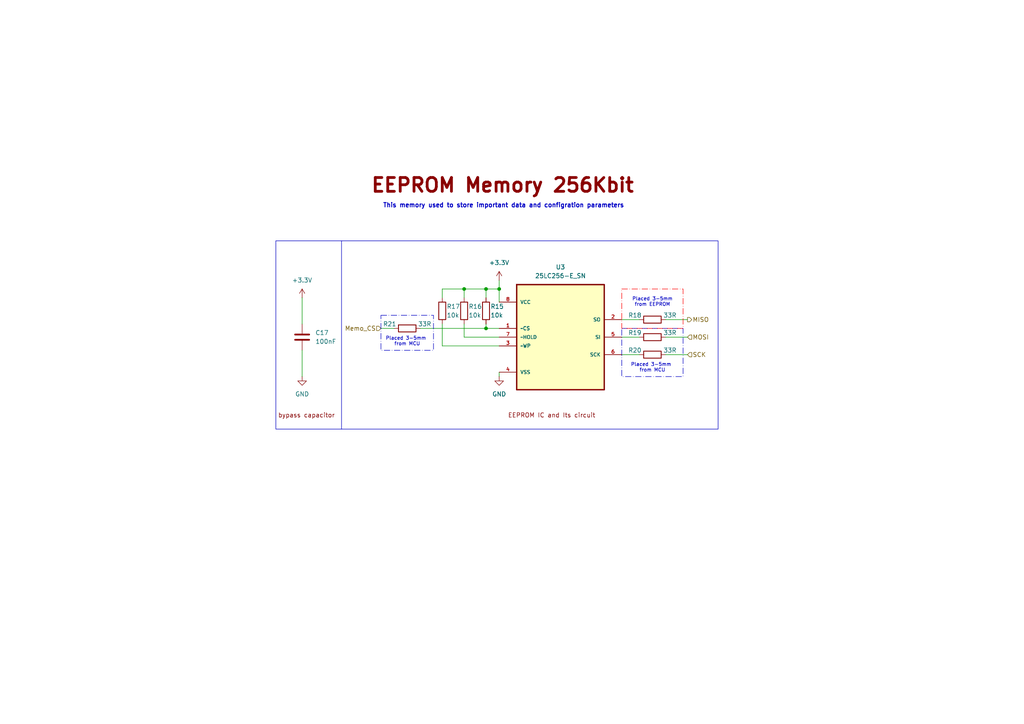
<source format=kicad_sch>
(kicad_sch (version 20250114) (generator "eeschema") (generator_version "9.0")
  (paper "A4")
  (title_block (title "${Project_Name}") (date "2026-01-07") (rev "V1"))
  (lib_symbols
    (symbol "25LC256-E_SN:25LC256-E_SN" (pin_names (offset 1.016))
      (property "Reference" "U" (at -5.1355 14.72 0))
      (property "Value" "25LC256-E_SN" (at -5.9032 -20.4577 0))
      (symbol "25LC256-E_SN_0_0"
        (rectangle (start -12.7 -17.78) (end 12.7 12.7) (stroke (width 0.4064)) (fill (type background)))
        (pin power_in line (at -17.78 7.62 0) (length 5.08) (name "VCC") (number "8"))
        (pin input line (at -17.78 0 0) (length 5.08) (name "~CS") (number "1"))
        (pin input line (at -17.78 -2.54 0) (length 5.08) (name "~HOLD") (number "7"))
        (pin input line (at -17.78 -5.08 0) (length 5.08) (name "~WP") (number "3"))
        (pin passive line (at -17.78 -12.7 0) (length 5.08) (name "VSS") (number "4"))
        (pin output line (at 17.78 2.54 180) (length 5.08) (name "SO") (number "2"))
        (pin input line (at 17.78 -2.54 180) (length 5.08) (name "SI") (number "5"))
        (pin input line (at 17.78 -7.62 180) (length 5.08) (name "SCK") (number "6"))
      )
    )
    (symbol "Device:C" (pin_numbers (hide yes)) (pin_names (offset 0.254))
      (property "Reference" "C" (at 0.635 2.54 0))
      (property "Value" "C" (at 0.635 -2.54 0))
      (symbol "C_0_1"
        (polyline (pts (xy -2.032 0.762) (xy 2.032 0.762)) (stroke (width 0.508)))
        (polyline (pts (xy -2.032 -0.762) (xy 2.032 -0.762)) (stroke (width 0.508)))
      )
      (symbol "C_1_1"
        (pin passive line (at 0 3.81 270) (length 2.794) (name "~") (number "1"))
        (pin passive line (at 0 -3.81 90) (length 2.794) (name "~") (number "2"))
      )
    )
    (symbol "Device:R" (pin_numbers (hide yes)) (pin_names (offset 0))
      (property "Reference" "R" (at 2.032 0 90))
      (property "Value" "R" (at 0 0 90))
      (symbol "R_0_1"
        (rectangle (start -1.016 -2.54) (end 1.016 2.54) (stroke (width 0.254)))
      )
      (symbol "R_1_1"
        (pin passive line (at 0 3.81 270) (length 1.27) (name "~") (number "1"))
        (pin passive line (at 0 -3.81 90) (length 1.27) (name "~") (number "2"))
      )
    )
    (symbol "power:+3.3V" (power) (pin_numbers (hide yes)) (pin_names (offset 0) (hide yes))
      (property "Value" "+3.3V" (at 0 3.556 0))
      (symbol "+3.3V_0_1"
        (polyline (pts (xy -0.762 1.27) (xy 0 2.54)))
        (polyline (pts (xy 0 2.54) (xy 0.762 1.27)))
        (polyline (pts (xy 0 0) (xy 0 2.54)))
      )
      (symbol "+3.3V_1_1"
        (pin power_in line (at 0 0 90) (length 0) (name "~") (number "1"))
      )
    )
    (symbol "power:GND" (power) (pin_numbers (hide yes)) (pin_names (offset 0) (hide yes))
      (property "Value" "GND" (at 0 -3.81 0))
      (symbol "GND_0_1"
        (polyline (pts (xy 0 0) (xy 0 -1.27) (xy 1.27 -1.27) (xy 0 -2.54) (xy -1.27 -1.27) (xy 0 -1.27)))
      )
      (symbol "GND_1_1"
        (pin power_in line (at 0 0 270) (length 0) (name "~") (number "1"))
      )
    )
  )
  (rectangle (start 180.34 83.82) (end 198.12 95.25) (stroke (width 0) (type dash_dot) (color 255 0 0 1)))
  (rectangle (start 110.49 91.44) (end 125.73 101.6) (stroke (width 0) (type dash_dot)))
  (rectangle (start 180.34 95.25) (end 198.12 109.22) (stroke (width 0) (type dash_dot)))
  (rectangle (start 80.01 69.85) (end 208.28 124.46))
  (text "Placed 3-5mm\nfrom EEPROM\n" (at 189.23 87.63 0) (effects (font (size 1 1))))
  (text "Placed 3-5mm \nfrom MCU" (at 118.11 99.06 0) (effects (font (size 1 1))))
  (text "EEPROM IC and Its circuit\n" (at 160.02 120.65 0) (effects (font (size 1.27 1.27))))
  (text "This memory used to store important data and configration parameters\n" (at 146.05 59.69 0) (effects (font (size 1.27 1.27) (thickness 0.254) (bold yes))))
  (text "bypass capacitor\n" (at 88.9 120.65 0) (effects (font (size 1.27 1.27))))
  (text "Placed 3-5mm \nfrom MCU" (at 189.23 106.68 0) (effects (font (size 1 1))))
  (text "EEPROM Memory 256Kbit \n\n" (at 147.32 57.15 0) (effects (font (size 4 4) (thickness 0.8) (bold yes))))
  (junction (at 140.97 95.25))
  (junction (at 140.97 83.82))
  (junction (at 134.62 83.82))
  (junction (at 144.78 83.82))
  (wire (pts (xy 144.78 83.82) (xy 144.78 87.63)))
  (wire (pts (xy 180.34 102.87) (xy 185.42 102.87)))
  (wire (pts (xy 144.78 81.28) (xy 144.78 83.82)))
  (wire (pts (xy 128.27 83.82) (xy 134.62 83.82)))
  (wire (pts (xy 193.04 102.87) (xy 199.39 102.87)))
  (wire (pts (xy 180.34 97.79) (xy 185.42 97.79)))
  (wire (pts (xy 144.78 100.33) (xy 128.27 100.33)))
  (wire (pts (xy 180.34 92.71) (xy 185.42 92.71)))
  (wire (pts (xy 193.04 97.79) (xy 199.39 97.79)))
  (wire (pts (xy 140.97 93.98) (xy 140.97 95.25)))
  (wire (pts (xy 134.62 97.79) (xy 134.62 93.98)))
  (wire (pts (xy 121.92 95.25) (xy 140.97 95.25)))
  (wire (pts (xy 140.97 83.82) (xy 140.97 86.36)))
  (wire (pts (xy 128.27 100.33) (xy 128.27 93.98)))
  (wire (pts (xy 144.78 97.79) (xy 134.62 97.79)))
  (wire (pts (xy 110.49 95.25) (xy 114.3 95.25)))
  (wire (pts (xy 128.27 86.36) (xy 128.27 83.82)))
  (wire (pts (xy 134.62 83.82) (xy 134.62 86.36)))
  (wire (pts (xy 87.63 101.6) (xy 87.63 109.22)))
  (wire (pts (xy 134.62 83.82) (xy 140.97 83.82)))
  (wire (pts (xy 87.63 86.36) (xy 87.63 93.98)))
  (wire (pts (xy 144.78 107.95) (xy 144.78 109.22)))
  (wire (pts (xy 140.97 95.25) (xy 144.78 95.25)))
  (wire (pts (xy 140.97 83.82) (xy 144.78 83.82)))
  (wire (pts (xy 193.04 92.71) (xy 199.39 92.71)))
  (polyline (pts (xy 99.06 69.85) (xy 99.06 124.46)))
  (hierarchical_label "SCK" (shape input) (at 199.39 102.87 0))
  (hierarchical_label "MOSI" (shape input) (at 199.39 97.79 0))
  (hierarchical_label "MISO" (shape output) (at 199.39 92.71 0))
  (hierarchical_label "Memo_CS" (shape input) (at 110.49 95.25 180))
  (symbol (lib_id "power:GND") (at 144.78 109.22 0) (unit 1)
    (property "Reference" "#PWR030" (effects (hide yes)))
    (property "Value" "GND" (at 144.78 114.3 0))
    (property "Description" "Power symbol creates a global label with name \"GND\" , ground" (effects (hide yes)))
  )
  (symbol (lib_id "Device:R") (at 189.23 102.87 270) (unit 1)
    (property "Reference" "R20" (at 184.15 101.6 90))
    (property "Value" "33R" (at 194.31 101.6 90))
    (property "Footprint" "Resistor_SMD:R_0603_1608Metric" (effects (hide yes)))
    (property "Datasheet" "https://www.lcsc.com/datasheet/C108661.pdf" (effects (hide yes)))
    (property "Description" "Resistor" (effects (hide yes)))
    (property "LCSC_PN" "C108661" (effects (hide yes)))
    (property "MP" "RC0603FR-0733RL" (effects (hide yes)))
    (property "Assembled" "Yes" (effects (hide yes)))
  )
  (symbol (lib_id "Device:R") (at 189.23 97.79 270) (unit 1)
    (property "Reference" "R19" (at 184.15 96.52 90))
    (property "Value" "33R" (at 194.31 96.52 90))
    (property "Footprint" "Resistor_SMD:R_0603_1608Metric" (effects (hide yes)))
    (property "Datasheet" "https://www.lcsc.com/datasheet/C108661.pdf" (effects (hide yes)))
    (property "Description" "Resistor" (effects (hide yes)))
    (property "LCSC_PN" "C108661" (effects (hide yes)))
    (property "MP" "RC0603FR-0733RL" (effects (hide yes)))
    (property "Assembled" "Yes" (effects (hide yes)))
  )
  (symbol (lib_id "Device:R") (at 128.27 90.17 0) (unit 1)
    (property "Reference" "R17" (at 129.54 88.9 0) (effects (justify left)))
    (property "Value" "10k" (at 129.54 91.44 0) (effects (justify left)))
    (property "Footprint" "Resistor_SMD:R_0603_1608Metric" (effects (hide yes)))
    (property "Datasheet" "https://www.lcsc.com/datasheet/C98220.pdf" (effects (hide yes)))
    (property "Description" "Resistor" (effects (hide yes)))
    (property "LCSC_PN" "C98220" (effects (hide yes)))
    (property "MP" "RC0603FR-0710KL" (effects (hide yes)))
    (property "Assembled" "Yes" (effects (hide yes)))
  )
  (symbol (lib_id "Device:R") (at 118.11 95.25 270) (unit 1)
    (property "Reference" "R21" (at 113.03 93.98 90))
    (property "Value" "33R" (at 123.19 93.98 90))
    (property "Footprint" "Resistor_SMD:R_0603_1608Metric" (effects (hide yes)))
    (property "Datasheet" "https://www.lcsc.com/datasheet/C108661.pdf" (effects (hide yes)))
    (property "Description" "Resistor" (effects (hide yes)))
    (property "LCSC_PN" "C108661" (effects (hide yes)))
    (property "MP" "RC0603FR-0733RL" (effects (hide yes)))
    (property "Assembled" "Yes" (effects (hide yes)))
  )
  (symbol (lib_id "power:GND") (at 87.63 109.22 0) (unit 1)
    (property "Reference" "#PWR031" (effects (hide yes)))
    (property "Value" "GND" (at 87.63 114.3 0))
    (property "Description" "Power symbol creates a global label with name \"GND\" , ground" (effects (hide yes)))
  )
  (symbol (lib_id "Device:R") (at 134.62 90.17 0) (unit 1)
    (property "Reference" "R16" (at 135.89 88.9 0) (effects (justify left)))
    (property "Value" "10k" (at 135.89 91.44 0) (effects (justify left)))
    (property "Footprint" "Resistor_SMD:R_0603_1608Metric" (effects (hide yes)))
    (property "Datasheet" "https://www.lcsc.com/datasheet/C98220.pdf" (effects (hide yes)))
    (property "Description" "Resistor" (effects (hide yes)))
    (property "LCSC_PN" "C98220" (effects (hide yes)))
    (property "MP" "RC0603FR-0710KL" (effects (hide yes)))
    (property "Assembled" "Yes" (effects (hide yes)))
  )
  (symbol (lib_id "Device:C") (at 87.63 97.79 0) (unit 1)
    (property "Reference" "C17" (at 91.44 96.5199 0) (effects (justify left)))
    (property "Value" "100nF" (at 91.44 99.0599 0) (effects (justify left)))
    (property "Footprint" "Capacitor_SMD:C_0805_2012Metric" (effects (hide yes)))
    (property "Datasheet" "https://www.lcsc.com/datasheet/C28233.pdf" (effects (hide yes)))
    (property "Description" "Unpolarized capacitor" (effects (hide yes)))
    (property "LCSC_PN" "C28233" (effects (hide yes)))
    (property "MP" "CL21B104KCFNNNE" (effects (hide yes)))
    (property "Assembled" "Yes" (effects (hide yes)))
  )
  (symbol (lib_id "Device:R") (at 189.23 92.71 270) (unit 1)
    (property "Reference" "R18" (at 184.15 91.44 90))
    (property "Value" "33R" (at 194.31 91.44 90))
    (property "Footprint" "Resistor_SMD:R_0603_1608Metric" (effects (hide yes)))
    (property "Datasheet" "https://www.lcsc.com/datasheet/C108661.pdf" (effects (hide yes)))
    (property "Description" "Resistor" (effects (hide yes)))
    (property "LCSC_PN" "C108661" (effects (hide yes)))
    (property "MP" "RC0603FR-0733RL" (effects (hide yes)))
    (property "Assembled" "Yes" (effects (hide yes)))
  )
  (symbol (lib_id "power:+3.3V") (at 87.63 86.36 0) (unit 1)
    (property "Reference" "#PWR032" (effects (hide yes)))
    (property "Value" "+3.3V" (at 87.63 81.28 0))
    (property "Description" "Power symbol creates a global label with name \"+3.3V\"" (effects (hide yes)))
  )
  (symbol (lib_id "Device:R") (at 140.97 90.17 0) (unit 1)
    (property "Reference" "R15" (at 142.24 88.9 0) (effects (justify left)))
    (property "Value" "10k" (at 142.24 91.44 0) (effects (justify left)))
    (property "Footprint" "Resistor_SMD:R_0603_1608Metric" (effects (hide yes)))
    (property "Datasheet" "https://www.lcsc.com/datasheet/C98220.pdf" (effects (hide yes)))
    (property "Description" "Resistor" (effects (hide yes)))
    (property "LCSC_PN" "C98220" (effects (hide yes)))
    (property "MP" "RC0603FR-0710KL" (effects (hide yes)))
    (property "Assembled" "Yes" (effects (hide yes)))
  )
  (symbol (lib_id "25LC256-E_SN:25LC256-E_SN") (at 162.56 95.25 0) (unit 1)
    (property "Reference" "U3" (at 162.56 77.47 0))
    (property "Value" "25LC256-E_SN" (at 162.56 80.01 0))
    (property "Footprint" "25LC256-E_SN:SOIC127P600X175-8N" (effects (hide yes)))
    (property "Datasheet" "https://www.lcsc.com/datasheet/C1349834.pdf" (effects (hide yes)))
    (property "Description" "2.5V~5.5V 256Kbit 10MHz SPI SOIC-8 Memory (ICs) RoHS" (effects (hide yes)))
    (property "MF" "Microchip" (effects (hide yes)))
    (property "Description_1" "256k, 32K X 8 , 2.5V SER EE EXT8 SOIC 3.90mm(.150in) TUBE | Microchip Technology Inc. 25LC256-E/SN" (effects (hide yes)))
    (property "PACKAGE" "SOIC-8" (effects (hide yes)))
    (property "MPN" "25LC256-E/SN" (effects (hide yes)))
    (property "Price" "None" (effects (hide yes)))
    (property "Package" "SOIC-8 Microchip" (effects (hide yes)))
    (property "OC_FARNELL" "1296584" (effects (hide yes)))
    (property "SnapEDA_Link" "https://www.snapeda.com/parts/25LC256-E/SN/Microchip+Technology/view-part/?ref=snap" (effects (hide yes)))
    (property "MP" "25LC256-E/SN" (effects (hide yes)))
    (property "SUPPLIER" "MICROCHIP" (effects (hide yes)))
    (property "OC_NEWARK" "92C7460" (effects (hide yes)))
    (property "Availability" "In Stock" (effects (hide yes)))
    (property "Check_prices" "https://www.snapeda.com/parts/25LC256-E/SN/Microchip+Technology/view-part/?ref=eda" (effects (hide yes)))
    (property "LCSC_PN" "C1349834" (effects (hide yes)))
    (property "Assembled" "Yes" (effects (hide yes)))
  )
  (symbol (lib_id "power:+3.3V") (at 144.78 81.28 0) (unit 1)
    (property "Reference" "#PWR029" (effects (hide yes)))
    (property "Value" "+3.3V" (at 144.78 76.2 0))
    (property "Description" "Power symbol creates a global label with name \"+3.3V\"" (effects (hide yes)))
  )
)
</source>
